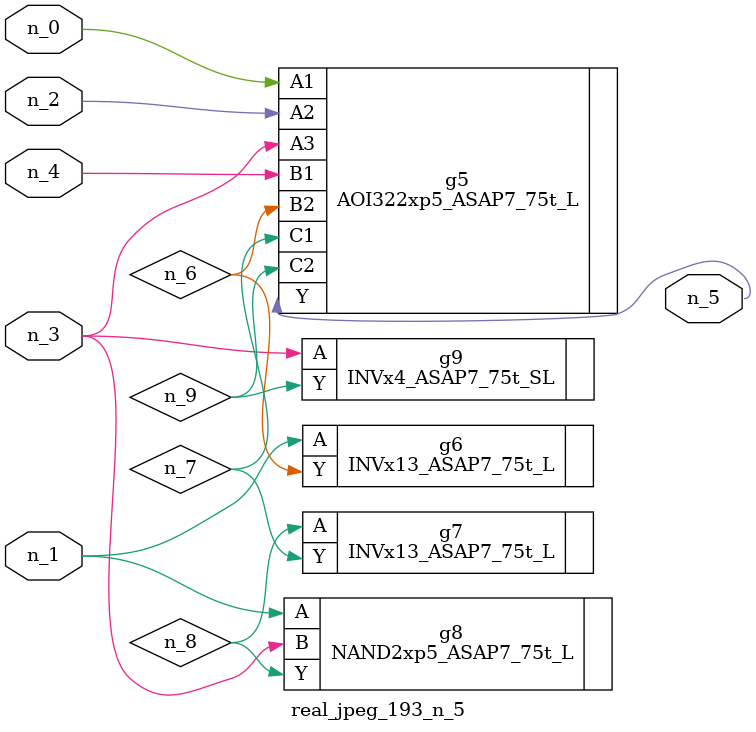
<source format=v>
module real_jpeg_193_n_5 (n_4, n_0, n_1, n_2, n_3, n_5);

input n_4;
input n_0;
input n_1;
input n_2;
input n_3;

output n_5;

wire n_8;
wire n_6;
wire n_7;
wire n_9;

AOI322xp5_ASAP7_75t_L g5 ( 
.A1(n_0),
.A2(n_2),
.A3(n_3),
.B1(n_4),
.B2(n_6),
.C1(n_7),
.C2(n_9),
.Y(n_5)
);

INVx13_ASAP7_75t_L g6 ( 
.A(n_1),
.Y(n_6)
);

NAND2xp5_ASAP7_75t_L g8 ( 
.A(n_1),
.B(n_3),
.Y(n_8)
);

INVx4_ASAP7_75t_SL g9 ( 
.A(n_3),
.Y(n_9)
);

INVx13_ASAP7_75t_L g7 ( 
.A(n_8),
.Y(n_7)
);


endmodule
</source>
